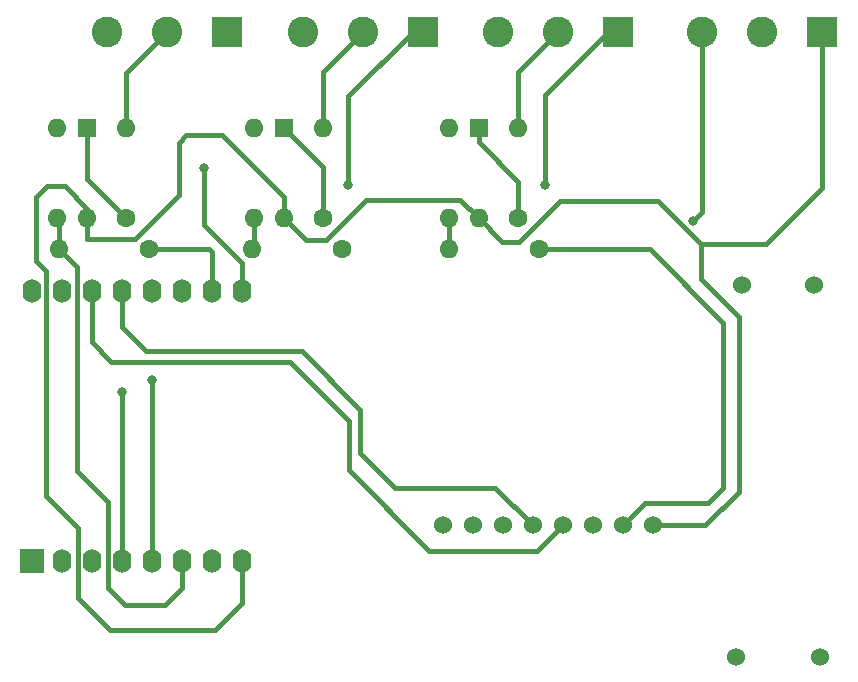
<source format=gbr>
%TF.GenerationSoftware,KiCad,Pcbnew,(6.0.7)*%
%TF.CreationDate,2023-01-04T14:37:49+01:00*%
%TF.ProjectId,s0 interface,73302069-6e74-4657-9266-6163652e6b69,rev?*%
%TF.SameCoordinates,Original*%
%TF.FileFunction,Copper,L1,Top*%
%TF.FilePolarity,Positive*%
%FSLAX46Y46*%
G04 Gerber Fmt 4.6, Leading zero omitted, Abs format (unit mm)*
G04 Created by KiCad (PCBNEW (6.0.7)) date 2023-01-04 14:37:49*
%MOMM*%
%LPD*%
G01*
G04 APERTURE LIST*
%TA.AperFunction,ComponentPad*%
%ADD10R,2.600000X2.600000*%
%TD*%
%TA.AperFunction,ComponentPad*%
%ADD11C,2.600000*%
%TD*%
%TA.AperFunction,ComponentPad*%
%ADD12R,1.600000X1.600000*%
%TD*%
%TA.AperFunction,ComponentPad*%
%ADD13O,1.600000X1.600000*%
%TD*%
%TA.AperFunction,ComponentPad*%
%ADD14C,1.524000*%
%TD*%
%TA.AperFunction,ComponentPad*%
%ADD15C,1.600000*%
%TD*%
%TA.AperFunction,ComponentPad*%
%ADD16R,2.000000X2.000000*%
%TD*%
%TA.AperFunction,ComponentPad*%
%ADD17O,1.600000X2.000000*%
%TD*%
%TA.AperFunction,ViaPad*%
%ADD18C,0.800000*%
%TD*%
%TA.AperFunction,Conductor*%
%ADD19C,0.400000*%
%TD*%
G04 APERTURE END LIST*
D10*
%TO.P,P1-input1,1,Pin_1*%
%TO.N,+3.3V*%
X224790000Y-51308000D03*
D11*
%TO.P,P1-input1,2,Pin_2*%
%TO.N,GND*%
X219710000Y-51308000D03*
%TO.P,P1-input1,3,Pin_3*%
%TO.N,Net-(IC1-Pad15)*%
X214630000Y-51308000D03*
%TD*%
D12*
%TO.P,IC6,1*%
%TO.N,Net-(IC6-Pad1)*%
X162561000Y-59482000D03*
D13*
%TO.P,IC6,2*%
%TO.N,GND*%
X160021000Y-59482000D03*
%TO.P,IC6,3*%
%TO.N,Net-(IC1-Pad6)*%
X160021000Y-67102000D03*
%TO.P,IC6,4*%
%TO.N,+3.3V*%
X162561000Y-67102000D03*
%TD*%
D10*
%TO.P,S0-3,1,Pin_1*%
%TO.N,Net-(JP2-Pad2)*%
X207518000Y-51308000D03*
D11*
%TO.P,S0-3,2,Pin_2*%
%TO.N,Net-(R8-Pad2)*%
X202438000Y-51308000D03*
%TO.P,S0-3,3,Pin_3*%
%TO.N,GND*%
X197358000Y-51308000D03*
%TD*%
D10*
%TO.P,S0-2,1,Pin_1*%
%TO.N,Net-(JP3-Pad2)*%
X191008000Y-51308000D03*
D11*
%TO.P,S0-2,2,Pin_2*%
%TO.N,Net-(R9-Pad2)*%
X185928000Y-51308000D03*
%TO.P,S0-2,3,Pin_3*%
%TO.N,GND*%
X180848000Y-51308000D03*
%TD*%
D14*
%TO.P,IC2,1,Pin_1*%
%TO.N,+3.3V*%
X210439000Y-93091000D03*
%TO.P,IC2,2,Pin_2*%
%TO.N,GND*%
X207899000Y-93091000D03*
%TO.P,IC2,3,Pin_3*%
%TO.N,unconnected-(IC2-Pad3)*%
X205359000Y-93091000D03*
%TO.P,IC2,4,Pin_4*%
%TO.N,Net-(IC1-Pad14)*%
X202819000Y-93091000D03*
%TO.P,IC2,5,Pin_5*%
%TO.N,Net-(IC1-Pad13)*%
X200279000Y-93091000D03*
%TO.P,IC2,6,Pin_6*%
%TO.N,unconnected-(IC2-Pad6)*%
X197739000Y-93091000D03*
%TO.P,IC2,7,Pin_7*%
%TO.N,unconnected-(IC2-Pad7)*%
X195199000Y-93091000D03*
%TO.P,IC2,8,Pin_8*%
%TO.N,unconnected-(IC2-Pad8)*%
X192659000Y-93091000D03*
%TD*%
D15*
%TO.P,R10,1*%
%TO.N,Net-(IC6-Pad1)*%
X165811200Y-67056000D03*
D13*
%TO.P,R10,2*%
%TO.N,Net-(R10-Pad2)*%
X165811200Y-59436000D03*
%TD*%
D15*
%TO.P,R8,1*%
%TO.N,Net-(IC4-Pad1)*%
X199034400Y-67081400D03*
D13*
%TO.P,R8,2*%
%TO.N,Net-(R8-Pad2)*%
X199034400Y-59461400D03*
%TD*%
D12*
%TO.P,IC5,1*%
%TO.N,Net-(IC5-Pad1)*%
X179198000Y-59482000D03*
D13*
%TO.P,IC5,2*%
%TO.N,GND*%
X176658000Y-59482000D03*
%TO.P,IC5,3*%
%TO.N,Net-(IC1-Pad5)*%
X176658000Y-67102000D03*
%TO.P,IC5,4*%
%TO.N,+3.3V*%
X179198000Y-67102000D03*
%TD*%
D14*
%TO.P,DC1,1,Pin_1*%
%TO.N,GND*%
X224060000Y-72739000D03*
%TO.P,DC1,2,Pin_2*%
%TO.N,+5V*%
X217964000Y-72739000D03*
%TO.P,DC1,3,Pin_3*%
%TO.N,GND*%
X224568000Y-104235000D03*
%TO.P,DC1,4,Pin_4*%
%TO.N,VCC*%
X217456000Y-104235000D03*
%TD*%
D12*
%TO.P,IC4,1*%
%TO.N,Net-(IC4-Pad1)*%
X195713000Y-59492000D03*
D13*
%TO.P,IC4,2*%
%TO.N,GND*%
X193173000Y-59492000D03*
%TO.P,IC4,3*%
%TO.N,Net-(IC1-Pad4)*%
X193173000Y-67112000D03*
%TO.P,IC4,4*%
%TO.N,+3.3V*%
X195713000Y-67112000D03*
%TD*%
D15*
%TO.P,R9,1*%
%TO.N,Net-(IC5-Pad1)*%
X182524400Y-67056000D03*
D13*
%TO.P,R9,2*%
%TO.N,Net-(R9-Pad2)*%
X182524400Y-59436000D03*
%TD*%
D15*
%TO.P,R3,1*%
%TO.N,GND*%
X167767000Y-69723000D03*
D13*
%TO.P,R3,2*%
%TO.N,Net-(IC1-Pad6)*%
X160147000Y-69723000D03*
%TD*%
D15*
%TO.P,R5,1*%
%TO.N,GND*%
X200787000Y-69723000D03*
D13*
%TO.P,R5,2*%
%TO.N,Net-(IC1-Pad4)*%
X193167000Y-69723000D03*
%TD*%
D15*
%TO.P,R4,1*%
%TO.N,GND*%
X184150000Y-69723000D03*
D13*
%TO.P,R4,2*%
%TO.N,Net-(IC1-Pad5)*%
X176530000Y-69723000D03*
%TD*%
D16*
%TO.P,IC1,1,~{RST}*%
%TO.N,unconnected-(IC1-Pad1)*%
X157886400Y-96162000D03*
D17*
%TO.P,IC1,2,A0*%
%TO.N,unconnected-(IC1-Pad2)*%
X160426400Y-96162000D03*
%TO.P,IC1,3,D0*%
%TO.N,unconnected-(IC1-Pad3)*%
X162966400Y-96162000D03*
%TO.P,IC1,4,SCK/D5*%
%TO.N,Net-(IC1-Pad4)*%
X165506400Y-96162000D03*
%TO.P,IC1,5,MISO/D6*%
%TO.N,Net-(IC1-Pad5)*%
X168046400Y-96162000D03*
%TO.P,IC1,6,MOSI/D7*%
%TO.N,Net-(IC1-Pad6)*%
X170586400Y-96162000D03*
%TO.P,IC1,7,CS/D8*%
%TO.N,unconnected-(IC1-Pad7)*%
X173126400Y-96162000D03*
%TO.P,IC1,8,3V3*%
%TO.N,+3.3V*%
X175666400Y-96162000D03*
%TO.P,IC1,9,5V*%
%TO.N,+5V*%
X175666400Y-73302000D03*
%TO.P,IC1,10,GND*%
%TO.N,GND*%
X173126400Y-73302000D03*
%TO.P,IC1,11,D4*%
%TO.N,unconnected-(IC1-Pad11)*%
X170586400Y-73302000D03*
%TO.P,IC1,12,D3*%
%TO.N,unconnected-(IC1-Pad12)*%
X168046400Y-73302000D03*
%TO.P,IC1,13,SDA/D2*%
%TO.N,Net-(IC1-Pad13)*%
X165506400Y-73302000D03*
%TO.P,IC1,14,SCL/D1*%
%TO.N,Net-(IC1-Pad14)*%
X162966400Y-73302000D03*
%TO.P,IC1,15,RX*%
%TO.N,Net-(IC1-Pad15)*%
X160426400Y-73302000D03*
%TO.P,IC1,16,TX*%
%TO.N,unconnected-(IC1-Pad16)*%
X157886400Y-73302000D03*
%TD*%
D10*
%TO.P,S0-1,1,Pin_1*%
%TO.N,Net-(JP4-Pad2)*%
X174371000Y-51308000D03*
D11*
%TO.P,S0-1,2,Pin_2*%
%TO.N,Net-(R10-Pad2)*%
X169291000Y-51308000D03*
%TO.P,S0-1,3,Pin_3*%
%TO.N,GND*%
X164211000Y-51308000D03*
%TD*%
D18*
%TO.N,Net-(IC1-Pad15)*%
X213810668Y-67367332D03*
%TO.N,Net-(IC1-Pad4)*%
X165481000Y-81788000D03*
%TO.N,Net-(IC1-Pad5)*%
X168021000Y-80772000D03*
%TO.N,+5V*%
X172466000Y-62865000D03*
%TO.N,Net-(JP2-Pad2)*%
X201295000Y-64262000D03*
%TO.N,Net-(JP3-Pad2)*%
X184658000Y-64262000D03*
%TD*%
D19*
%TO.N,Net-(IC1-Pad15)*%
X214630000Y-66548000D02*
X213810668Y-67367332D01*
X214630000Y-51308000D02*
X214630000Y-66548000D01*
%TO.N,+3.3V*%
X224790000Y-64516000D02*
X224790000Y-51308000D01*
X220046000Y-69260000D02*
X224790000Y-64516000D01*
%TO.N,GND*%
X207899000Y-93091000D02*
X209804000Y-91186000D01*
X209804000Y-91186000D02*
X215138000Y-91186000D01*
X216408000Y-75946000D02*
X216408000Y-89916000D01*
X210185000Y-69723000D02*
X216408000Y-75946000D01*
X216408000Y-89916000D02*
X215138000Y-91186000D01*
X200787000Y-69723000D02*
X210185000Y-69723000D01*
%TO.N,+3.3V*%
X214503000Y-69260000D02*
X220046000Y-69260000D01*
%TO.N,Net-(IC1-Pad4)*%
X193173000Y-67112000D02*
X193173000Y-69717000D01*
X193173000Y-69717000D02*
X193167000Y-69723000D01*
X165481000Y-81788000D02*
X165481000Y-96670000D01*
%TO.N,Net-(IC1-Pad5)*%
X176658000Y-67102000D02*
X176658000Y-69595000D01*
X168021000Y-80772000D02*
X168046400Y-80797400D01*
X168046400Y-80797400D02*
X168046400Y-96162000D01*
X176658000Y-69595000D02*
X176530000Y-69723000D01*
%TO.N,Net-(IC1-Pad6)*%
X160147000Y-69723000D02*
X161671000Y-71247000D01*
X170586400Y-98399600D02*
X170586400Y-96162000D01*
X161671000Y-71247000D02*
X161671000Y-88519000D01*
X160147000Y-69723000D02*
X160147000Y-67228000D01*
X161671000Y-88519000D02*
X164306400Y-91154400D01*
X165735000Y-99822000D02*
X169164000Y-99822000D01*
X160147000Y-67228000D02*
X160021000Y-67102000D01*
X164306400Y-91154400D02*
X164306400Y-98393400D01*
X164306400Y-98393400D02*
X165735000Y-99822000D01*
X169164000Y-99822000D02*
X170586400Y-98399600D01*
%TO.N,GND*%
X173126400Y-70002400D02*
X172847000Y-69723000D01*
X172847000Y-69723000D02*
X167767000Y-69723000D01*
X173126400Y-73302000D02*
X173126400Y-70002400D01*
%TO.N,Net-(IC1-Pad13)*%
X185674000Y-83312000D02*
X180721000Y-78359000D01*
X167513000Y-78359000D02*
X180721000Y-78359000D01*
X165506400Y-76352400D02*
X165506400Y-73302000D01*
X185674000Y-86995000D02*
X185674000Y-83312000D01*
X167513000Y-78359000D02*
X165506400Y-76352400D01*
X188595000Y-89916000D02*
X185674000Y-86995000D01*
X200279000Y-93091000D02*
X197104000Y-89916000D01*
X188595000Y-89916000D02*
X197104000Y-89916000D01*
%TO.N,+5V*%
X175666400Y-70890400D02*
X172466500Y-67690500D01*
X175666400Y-73302000D02*
X175666400Y-70890400D01*
X172466500Y-67690500D02*
X172466500Y-62992500D01*
%TO.N,+3.3V*%
X162561000Y-67102000D02*
X162561000Y-66295000D01*
X210902000Y-65659000D02*
X202565000Y-65659000D01*
X210902000Y-65659000D02*
X214503000Y-69260000D01*
X214503000Y-72263000D02*
X214503000Y-69260000D01*
X162561000Y-68835000D02*
X166623000Y-68835000D01*
X217691000Y-90284000D02*
X217691000Y-75451000D01*
X210439000Y-93091000D02*
X214884000Y-93091000D01*
X162561000Y-66295000D02*
X160655000Y-64389000D01*
X164465000Y-101981000D02*
X173355000Y-101981000D01*
X159086400Y-90633400D02*
X161766400Y-93313400D01*
X179198000Y-65279000D02*
X179198000Y-67102000D01*
X159086400Y-71583400D02*
X159086400Y-90633400D01*
X214884000Y-93091000D02*
X217691000Y-90284000D01*
X181057000Y-68961000D02*
X179198000Y-67102000D01*
X160655000Y-64389000D02*
X159131000Y-64389000D01*
X186182000Y-65532000D02*
X182753000Y-68961000D01*
X199136000Y-69088000D02*
X197689000Y-69088000D01*
X175666400Y-99669600D02*
X175666400Y-96162000D01*
X217691000Y-75451000D02*
X214503000Y-72263000D01*
X159131000Y-64389000D02*
X158242000Y-65278000D01*
X161766400Y-93313400D02*
X161766400Y-99282400D01*
X170307000Y-60706000D02*
X170942000Y-60071000D01*
X182753000Y-68961000D02*
X181057000Y-68961000D01*
X173990000Y-60071000D02*
X179198000Y-65279000D01*
X170307000Y-65151000D02*
X170307000Y-60706000D01*
X166623000Y-68835000D02*
X170307000Y-65151000D01*
X158242000Y-65278000D02*
X158242000Y-70739000D01*
X202565000Y-65659000D02*
X199136000Y-69088000D01*
X197689000Y-69088000D02*
X195713000Y-67112000D01*
X161766400Y-99282400D02*
X164465000Y-101981000D01*
X195713000Y-67112000D02*
X194133000Y-65532000D01*
X158242000Y-70739000D02*
X159086400Y-71583400D01*
X194133000Y-65532000D02*
X186182000Y-65532000D01*
X173355000Y-101981000D02*
X175666400Y-99669600D01*
X162561000Y-67102000D02*
X162561000Y-68835000D01*
X170942000Y-60071000D02*
X173990000Y-60071000D01*
%TO.N,Net-(IC1-Pad14)*%
X162966400Y-73302000D02*
X162966400Y-77622400D01*
X164592000Y-79248000D02*
X179712683Y-79248000D01*
X202819000Y-93091000D02*
X200660000Y-95250000D01*
X184725342Y-84260658D02*
X184725342Y-88459342D01*
X184725342Y-88459342D02*
X191516000Y-95250000D01*
X162966400Y-77622400D02*
X164592000Y-79248000D01*
X179712683Y-79248000D02*
X184725342Y-84260658D01*
X191516000Y-95250000D02*
X200660000Y-95250000D01*
%TO.N,Net-(IC4-Pad1)*%
X195713000Y-60692000D02*
X199034400Y-64013400D01*
X195713000Y-59492000D02*
X195713000Y-60692000D01*
X199034400Y-64013400D02*
X199034400Y-67081400D01*
%TO.N,Net-(IC5-Pad1)*%
X182524400Y-67056000D02*
X182524400Y-62808400D01*
X182524400Y-62808400D02*
X179198000Y-59482000D01*
%TO.N,Net-(IC6-Pad1)*%
X162561000Y-63805800D02*
X165811200Y-67056000D01*
X162561000Y-59482000D02*
X162561000Y-63805800D01*
%TO.N,Net-(JP2-Pad2)*%
X206629000Y-51308000D02*
X207518000Y-51308000D01*
X201295000Y-64262000D02*
X201295000Y-56642000D01*
X201295000Y-56642000D02*
X206629000Y-51308000D01*
%TO.N,Net-(JP3-Pad2)*%
X184658000Y-56769000D02*
X190119000Y-51308000D01*
X190119000Y-51308000D02*
X191008000Y-51308000D01*
X184658000Y-64262000D02*
X184658000Y-56769000D01*
%TO.N,Net-(R8-Pad2)*%
X199034400Y-59461400D02*
X199034400Y-54711600D01*
X199034400Y-54711600D02*
X202438000Y-51308000D01*
%TO.N,Net-(R9-Pad2)*%
X182524400Y-54711600D02*
X185928000Y-51308000D01*
X182524400Y-59436000D02*
X182524400Y-54711600D01*
%TO.N,Net-(R10-Pad2)*%
X165811200Y-54787800D02*
X169291000Y-51308000D01*
X165811200Y-59436000D02*
X165811200Y-54787800D01*
%TD*%
M02*

</source>
